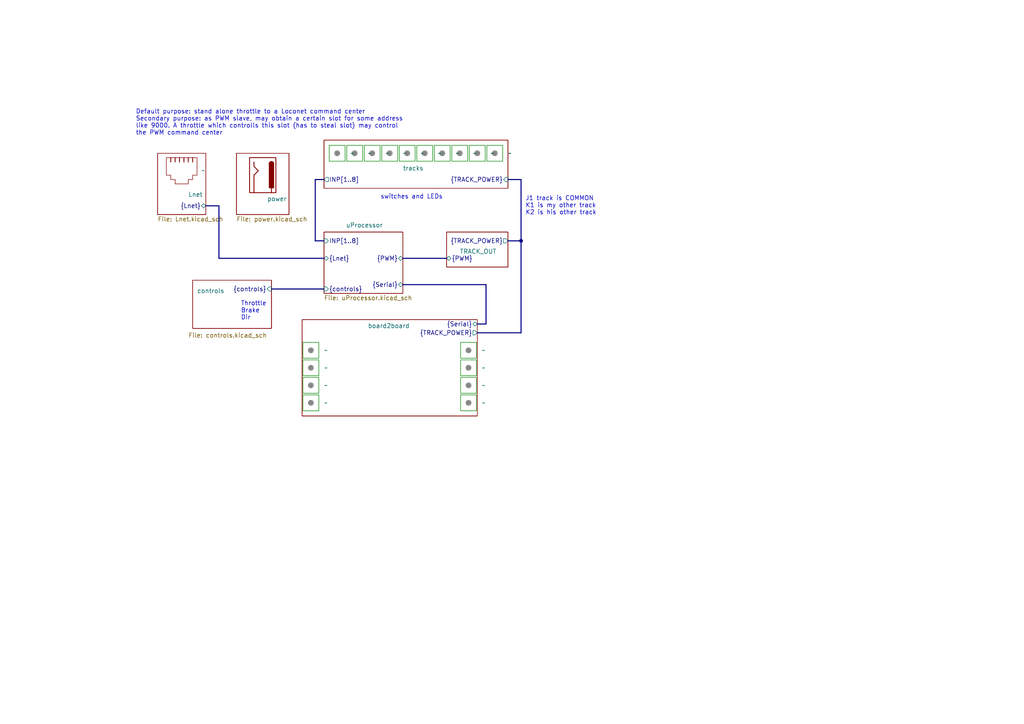
<source format=kicad_sch>
(kicad_sch (version 20231120) (generator "eeschema") (generator_version "8.0")
  (paper "A4")
  (lib_symbols
    (symbol "custom_kicad_lib_sk:Jack_symbolic" (pin_numbers hide) (pin_names (offset 0) hide) (in_bom no) (on_board no)
      (symbol "Jack_symbolic_0_1"
        (arc (start -3.302 3.175) (mid -3.9343 2.54) (end -3.302 1.905) (stroke (width 0.254)))
        (arc (start -3.302 3.175) (mid -3.9343 2.54) (end -3.302 1.905) (stroke (width 0.254)) (fill (type outline)))
        (polyline (pts (xy 5.08 2.54) (xy 3.81 2.54)) (stroke (width 0.254)))
        (polyline (pts (xy -3.81 -2.54) (xy -2.54 -2.54) (xy -1.27 -1.27) (xy 0 -2.54) (xy 2.54 -2.54) (xy 5.08 -2.54)) (stroke (width 0.254)))
        (rectangle (start 3.683 3.175) (end -3.302 1.905) (stroke (width 0.254)) (fill (type outline)))
      )
      (symbol "Jack_symbolic_1_1"
        (rectangle (start -5.08 3.81) (end 5.08 -3.81) (stroke (width 0.254)))
      )
    )
    (symbol "custom_kicad_lib_sk:RJ12_symbolic" (pin_numbers hide) (pin_names (offset 0) hide) (in_bom no) (on_board no)
      (symbol "RJ12_symbolic_1_1"
        (polyline (pts (xy -1.27 -3.81) (xy 0 -3.81)) (stroke (width 0.254)))
        (polyline (pts (xy -1.27 -2.54) (xy 0 -2.54)) (stroke (width 0.254)))
        (polyline (pts (xy -1.27 -1.27) (xy 0 -1.27)) (stroke (width 0.254)))
        (polyline (pts (xy -1.27 0) (xy 0 0)) (stroke (width 0.254)))
        (polyline (pts (xy -1.27 1.27) (xy 0 1.27)) (stroke (width 0.254)))
        (polyline (pts (xy -1.27 2.54) (xy 0 2.54)) (stroke (width 0.254)))
        (polyline (pts (xy 0 -5.08) (xy -5.08 -5.08) (xy -5.08 -3.81) (xy -6.35 -3.81) (xy -6.35 -2.54) (xy -7.62 -2.54) (xy -7.62 1.27) (xy -6.35 1.27) (xy -6.35 2.54) (xy -5.08 2.54) (xy -5.08 3.81) (xy 0 3.81) (xy 0 -5.08)))
      )
    )
    (symbol "custom_kicad_lib_sk:screwterminal" (pin_numbers hide) (pin_names (offset 0) hide) (in_bom no) (on_board no)
      (symbol "screwterminal_1_1"
        (rectangle (start -2.3 2.3) (end 2.3 -2.3) (stroke (width 0) (color 0 132 0 1)))
        (circle (center 0 0) (radius 0.762) (stroke (width 0) (color 137 143 138 1)) (fill (type color) (color 132 132 132 1)))
      )
    )
  )
  (bus_alias "Lnet" (members "Lnet_Tx" "Lnet_Rx"))
  (bus_alias "PWM" (members "cs" "pwm" "dir"))
  (bus_alias "Serial" (members "Tx" "Rx"))
  (bus_alias "TRACK_POWER" (members "J1" "K1" "K2"))
  (junction (at 151.13 69.85))
  (bus (pts (xy 138.43 96.52) (xy 151.13 96.52)))
  (bus (pts (xy 116.84 74.93) (xy 129.54 74.93)))
  (bus (pts (xy 59.69 59.69) (xy 63.5 59.69)))
  (bus (pts (xy 63.5 59.69) (xy 63.5 74.93)))
  (bus (pts (xy 91.44 52.07) (xy 93.98 52.07)))
  (bus (pts (xy 93.98 69.85) (xy 91.44 69.85)))
  (bus (pts (xy 140.97 93.98) (xy 140.97 82.55)))
  (bus (pts (xy 140.97 82.55) (xy 116.84 82.55)))
  (bus (pts (xy 78.74 83.82) (xy 93.98 83.82)))
  (bus (pts (xy 151.13 52.07) (xy 147.32 52.07)))
  (bus (pts (xy 151.13 69.85) (xy 151.13 52.07)))
  (bus (pts (xy 151.13 69.85) (xy 151.13 96.52)))
  (bus (pts (xy 138.43 93.98) (xy 140.97 93.98)))
  (bus (pts (xy 63.5 74.93) (xy 93.98 74.93)))
  (bus (pts (xy 147.32 69.85) (xy 151.13 69.85)))
  (bus (pts (xy 91.44 69.85) (xy 91.44 52.07)))
  (text "Default purpose: stand alone throttle to a Loconet command center\nSecondary purpose: as PWM slave, may obtain a certain slot for some address\nlike 9000. A throttle which controlls this slot (has to steal slot) may control\nthe PWM command center" (at 39.37 35.56 0) (effects (font (size 1.27 1.27)) (justify left)))
  (text "Throttle\nBrake\nDir" (at 69.85 90.17 0) (effects (font (size 1.27 1.27)) (justify left)))
  (text "switches and LEDs\n" (at 119.38 57.15 0) (effects (font (size 1.27 1.27))))
  (text "J1 track is COMMON\nK1 is my other track\nK2 is his other track" (at 152.4 59.69 0) (effects (font (size 1.27 1.27)) (justify left)))
  (symbol (lib_id "custom_kicad_lib_sk:screwterminal") (at 123.19 44.45 0) (unit 1) (in_bom no) (on_board no)
    (property "Reference" "u110" (effects (hide yes)))
    (property "Value" "~" (at 127 44.45 0) (effects (justify left)))
  )
  (symbol (lib_id "custom_kicad_lib_sk:screwterminal") (at 143.51 44.45 0) (unit 1) (in_bom no) (on_board no)
    (property "Reference" "u118" (effects (hide yes)))
    (property "Value" "~" (at 147.32 44.45 0) (effects (justify left)))
  )
  (symbol (lib_id "custom_kicad_lib_sk:screwterminal") (at 128.27 44.45 0) (unit 1) (in_bom no) (on_board no)
    (property "Reference" "u111" (effects (hide yes)))
    (property "Value" "~" (at 132.08 44.45 0) (effects (justify left)))
  )
  (symbol (lib_id "custom_kicad_lib_sk:screwterminal") (at 135.89 111.76 0) (unit 1) (in_bom no) (on_board no)
    (property "Reference" "u115" (effects (hide yes)))
    (property "Value" "~" (at 139.7 111.76 0) (effects (justify left)))
  )
  (symbol (lib_id "custom_kicad_lib_sk:screwterminal") (at 113.03 44.45 0) (unit 1) (in_bom no) (on_board no)
    (property "Reference" "u108" (effects (hide yes)))
    (property "Value" "~" (at 116.84 44.45 0) (effects (justify left)))
  )
  (symbol (lib_id "custom_kicad_lib_sk:Jack_symbolic") (at 76.2 50.8 270) (unit 1) (in_bom no) (on_board no)
    (property "Reference" "J102" (effects (hide yes)))
    (property "Value" "Jack-DC" (effects (hide yes)))
    (property "Footprint" "Connector_BarrelJack:BarrelJack_Horizontal" (effects (hide yes)))
    (property "Description" "DC Barrel Jack" (effects (hide yes)))
  )
  (symbol (lib_id "custom_kicad_lib_sk:screwterminal") (at 135.89 116.84 0) (unit 1) (in_bom no) (on_board no)
    (property "Reference" "u116" (effects (hide yes)))
    (property "Value" "~" (at 139.7 116.84 0) (effects (justify left)))
  )
  (symbol (lib_id "custom_kicad_lib_sk:screwterminal") (at 135.89 101.6 0) (unit 1) (in_bom no) (on_board no)
    (property "Reference" "u113" (effects (hide yes)))
    (property "Value" "~" (at 139.7 101.6 0) (effects (justify left)))
  )
  (symbol (lib_id "custom_kicad_lib_sk:screwterminal") (at 133.35 44.45 0) (unit 1) (in_bom no) (on_board no)
    (property "Reference" "u112" (effects (hide yes)))
    (property "Value" "~" (at 137.16 44.45 0) (effects (justify left)))
  )
  (symbol (lib_id "custom_kicad_lib_sk:screwterminal") (at 107.95 44.45 0) (unit 1) (in_bom no) (on_board no)
    (property "Reference" "u107" (effects (hide yes)))
    (property "Value" "~" (at 111.76 44.45 0) (effects (justify left)))
  )
  (symbol (lib_id "custom_kicad_lib_sk:screwterminal") (at 90.17 101.6 0) (unit 1) (in_bom no) (on_board no)
    (property "Reference" "u101" (effects (hide yes)))
    (property "Value" "~" (at 93.98 101.6 0) (effects (justify left)))
  )
  (symbol (lib_id "custom_kicad_lib_sk:screwterminal") (at 138.43 44.45 0) (unit 1) (in_bom no) (on_board no)
    (property "Reference" "u117" (effects (hide yes)))
    (property "Value" "~" (at 142.24 44.45 0) (effects (justify left)))
  )
  (symbol (lib_id "custom_kicad_lib_sk:screwterminal") (at 102.87 44.45 0) (unit 1) (in_bom no) (on_board no)
    (property "Reference" "u106" (effects (hide yes)))
    (property "Value" "~" (at 106.68 44.45 0) (effects (justify left)))
  )
  (symbol (lib_id "custom_kicad_lib_sk:screwterminal") (at 135.89 106.68 0) (unit 1) (in_bom no) (on_board no)
    (property "Reference" "u114" (effects (hide yes)))
    (property "Value" "~" (at 139.7 106.68 0) (effects (justify left)))
  )
  (symbol (lib_id "custom_kicad_lib_sk:screwterminal") (at 118.11 44.45 0) (unit 1) (in_bom no) (on_board no)
    (property "Reference" "u109" (effects (hide yes)))
    (property "Value" "~" (at 121.92 44.45 0) (effects (justify left)))
  )
  (symbol (lib_id "custom_kicad_lib_sk:screwterminal") (at 97.79 44.45 0) (unit 1) (in_bom no) (on_board no)
    (property "Reference" "u105" (effects (hide yes)))
    (property "Value" "~" (at 101.6 44.45 0) (effects (justify left)))
  )
  (symbol (lib_id "custom_kicad_lib_sk:screwterminal") (at 90.17 111.76 0) (unit 1) (in_bom no) (on_board no)
    (property "Reference" "u103" (effects (hide yes)))
    (property "Value" "~" (at 93.98 111.76 0) (effects (justify left)))
  )
  (symbol (lib_id "custom_kicad_lib_sk:RJ12_symbolic") (at 52.07 45.72 90) (unit 1) (in_bom no) (on_board no)
    (property "Reference" "j101" (effects (hide yes)))
    (property "Value" "~" (at 58.42 49.4665 90) (effects (justify right)))
  )
  (symbol (lib_id "custom_kicad_lib_sk:screwterminal") (at 90.17 116.84 0) (unit 1) (in_bom no) (on_board no)
    (property "Reference" "u104" (effects (hide yes)))
    (property "Value" "~" (at 93.98 116.84 0) (effects (justify left)))
  )
  (symbol (lib_id "custom_kicad_lib_sk:screwterminal") (at 90.17 106.68 0) (unit 1) (in_bom no) (on_board no)
    (property "Reference" "u102" (effects (hide yes)))
    (property "Value" "~" (at 93.98 106.68 0) (effects (justify left)))
  )
  (sheet (at 87.63 92.71) (size 50.8 27.94) (stroke (width 0.1524))
    (property "Sheetname" "board2board" (at 106.68 95.25 0) (effects (justify left bottom)))
    (property "Sheetfile" "board2board.kicad_sch" (effects (hide yes)))
    (pin "{Serial}" bidirectional (at 138.43 93.98 0))
    (pin "{TRACK_POWER}" output (at 138.43 96.52 0))
  )
  (sheet (at 68.58 44.45) (size 15.24 17.78) (stroke (width 0.1524))
    (property "Sheetname" "power" (at 77.47 58.42 0) (effects (justify left bottom)))
    (property "Sheetfile" "power.kicad_sch" (at 68.58 62.8146 0) (effects (justify left top)))
  )
  (sheet (at 93.98 67.31) (size 22.86 17.78) (stroke (width 0.1524))
    (property "Sheetname" "uProcessor" (at 100.33 66.04 0) (effects (justify left bottom)))
    (property "Sheetfile" "uProcessor.kicad_sch" (at 93.98 85.6746 0) (effects (justify left top)))
    (pin "INP[1..8]" input (at 93.98 69.85 180))
    (pin "{PWM}" bidirectional (at 116.84 74.93 0))
    (pin "{Lnet}" bidirectional (at 93.98 74.93 180))
    (pin "{Serial}" bidirectional (at 116.84 82.55 0))
    (pin "{controls}" input (at 93.98 83.82 180))
  )
  (sheet (at 55.88 81.28) (size 22.86 13.97) (stroke (width 0.1524))
    (property "Sheetname" "controls" (at 57.15 85.09 0) (effects (justify left bottom)))
    (property "Sheetfile" "controls.kicad_sch" (at 54.61 96.52 0) (effects (justify left top)))
    (pin "{controls}" input (at 78.74 83.82 0))
  )
  (sheet (at 45.72 44.45) (size 13.97 17.78) (stroke (width 0.1524))
    (property "Sheetname" "Lnet" (at 54.61 57.15 0) (effects (justify left bottom)))
    (property "Sheetfile" "Lnet.kicad_sch" (at 45.72 62.8146 0) (effects (justify left top)))
    (pin "{Lnet}" bidirectional (at 59.69 59.69 0))
  )
  (sheet (at 129.54 67.31) (size 17.78 10.16) (stroke (width 0.1524))
    (property "Sheetname" "TRACK_OUT" (at 133.35 73.66 0) (effects (justify left bottom)))
    (property "Sheetfile" "TRACK_OUT.kicad_sch" (effects (hide yes)))
    (pin "{TRACK_POWER}" output (at 147.32 69.85 0))
    (pin "{PWM}" bidirectional (at 129.54 74.93 180))
  )
  (sheet (at 93.98 40.64) (size 53.34 13.97) (stroke (width 0.1524))
    (property "Sheetname" "tracks" (at 116.84 49.53 0) (effects (justify left bottom)))
    (property "Sheetfile" "tracks.kicad_sch" (effects (hide yes)))
    (pin "INP[1..8]" output (at 93.98 52.07 180))
    (pin "{TRACK_POWER}" input (at 147.32 52.07 0))
  )
)
</source>
